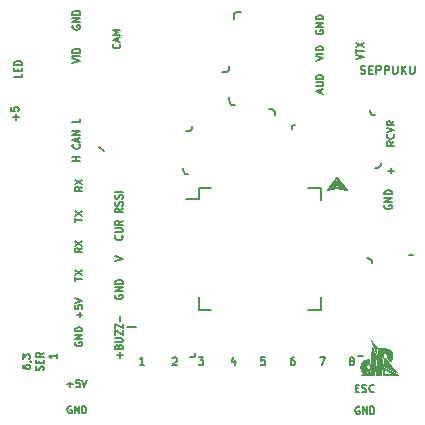
<source format=gto>
G04 #@! TF.FileFunction,Legend,Top*
%FSLAX46Y46*%
G04 Gerber Fmt 4.6, Leading zero omitted, Abs format (unit mm)*
G04 Created by KiCad (PCBNEW 4.0.4+dfsg1-stable) date Tue Jan  3 20:31:21 2017*
%MOMM*%
%LPD*%
G01*
G04 APERTURE LIST*
%ADD10C,0.100000*%
%ADD11C,0.172500*%
%ADD12C,0.150000*%
%ADD13C,0.200000*%
%ADD14C,0.010000*%
G04 APERTURE END LIST*
D10*
D11*
X67240000Y-43109286D02*
X67340000Y-43142143D01*
X67506667Y-43142143D01*
X67573334Y-43109286D01*
X67606667Y-43076429D01*
X67640000Y-43010714D01*
X67640000Y-42945000D01*
X67606667Y-42879286D01*
X67573334Y-42846429D01*
X67506667Y-42813571D01*
X67373334Y-42780714D01*
X67306667Y-42747857D01*
X67273334Y-42715000D01*
X67240000Y-42649286D01*
X67240000Y-42583571D01*
X67273334Y-42517857D01*
X67306667Y-42485000D01*
X67373334Y-42452143D01*
X67540000Y-42452143D01*
X67640000Y-42485000D01*
X67940001Y-42780714D02*
X68173334Y-42780714D01*
X68273334Y-43142143D02*
X67940001Y-43142143D01*
X67940001Y-42452143D01*
X68273334Y-42452143D01*
X68573334Y-43142143D02*
X68573334Y-42452143D01*
X68840000Y-42452143D01*
X68906667Y-42485000D01*
X68940000Y-42517857D01*
X68973334Y-42583571D01*
X68973334Y-42682143D01*
X68940000Y-42747857D01*
X68906667Y-42780714D01*
X68840000Y-42813571D01*
X68573334Y-42813571D01*
X69273334Y-43142143D02*
X69273334Y-42452143D01*
X69540000Y-42452143D01*
X69606667Y-42485000D01*
X69640000Y-42517857D01*
X69673334Y-42583571D01*
X69673334Y-42682143D01*
X69640000Y-42747857D01*
X69606667Y-42780714D01*
X69540000Y-42813571D01*
X69273334Y-42813571D01*
X69973334Y-42452143D02*
X69973334Y-43010714D01*
X70006667Y-43076429D01*
X70040000Y-43109286D01*
X70106667Y-43142143D01*
X70240000Y-43142143D01*
X70306667Y-43109286D01*
X70340000Y-43076429D01*
X70373334Y-43010714D01*
X70373334Y-42452143D01*
X70706667Y-43142143D02*
X70706667Y-42452143D01*
X71106667Y-43142143D02*
X70806667Y-42747857D01*
X71106667Y-42452143D02*
X70706667Y-42846429D01*
X71406667Y-42452143D02*
X71406667Y-43010714D01*
X71440000Y-43076429D01*
X71473333Y-43109286D01*
X71540000Y-43142143D01*
X71673333Y-43142143D01*
X71740000Y-43109286D01*
X71773333Y-43076429D01*
X71806667Y-43010714D01*
X71806667Y-42452143D01*
D12*
X53200000Y-67000000D02*
X53200000Y-66800000D01*
X53100000Y-67100000D02*
X53200000Y-67000000D01*
X68200000Y-59000000D02*
X68200000Y-59200000D01*
X68000000Y-58800000D02*
X68200000Y-59000000D01*
X67800000Y-58700000D02*
X68000000Y-58800000D01*
X56300000Y-45800000D02*
X56600000Y-45800000D01*
X56100000Y-45400000D02*
X56300000Y-45800000D01*
X56100000Y-45100000D02*
X56100000Y-45400000D01*
X68700000Y-51100000D02*
X68500000Y-51100000D01*
X69000000Y-50900000D02*
X68700000Y-51100000D01*
X68200000Y-46600000D02*
X68500000Y-46600000D01*
X68000000Y-46400000D02*
X68200000Y-46600000D01*
X68000000Y-46200000D02*
X68000000Y-46400000D01*
X56700000Y-37900000D02*
X57100000Y-37900000D01*
X56500000Y-38100000D02*
X56700000Y-37900000D01*
X56500000Y-38500000D02*
X56500000Y-38100000D01*
X56100000Y-42800000D02*
X56100000Y-42500000D01*
X55900000Y-43000000D02*
X56100000Y-42800000D01*
X55500000Y-43000000D02*
X55900000Y-43000000D01*
X45100000Y-49300000D02*
X45500000Y-49700000D01*
X53000000Y-47800000D02*
X53000000Y-47600000D01*
X52800000Y-48000000D02*
X53000000Y-47800000D01*
X52500000Y-48000000D02*
X52800000Y-48000000D01*
X52400000Y-51600000D02*
X52600000Y-51600000D01*
X52200000Y-51300000D02*
X52400000Y-51600000D01*
X52200000Y-51100000D02*
X52200000Y-51300000D01*
X59700000Y-46100000D02*
X59500000Y-46100000D01*
X60000000Y-46400000D02*
X59700000Y-46100000D01*
X60000000Y-46600000D02*
X60000000Y-46400000D01*
X61500000Y-47500000D02*
X61700000Y-47500000D01*
X61400000Y-47600000D02*
X61500000Y-47500000D01*
X61400000Y-47800000D02*
X61400000Y-47600000D01*
X69000000Y-50900000D02*
X69000000Y-50700000D01*
X71300000Y-58500000D02*
X71700000Y-58500000D01*
X67040000Y-67050000D02*
X67440000Y-67050000D01*
X52800000Y-67100000D02*
X53100000Y-67100000D01*
X47500000Y-64600000D02*
X48200000Y-64600000D01*
X69826429Y-51558571D02*
X69826429Y-51101428D01*
X70074048Y-51329999D02*
X69578810Y-51329999D01*
X38046429Y-47014286D02*
X38046429Y-46557143D01*
X38294048Y-46785714D02*
X37798810Y-46785714D01*
X37644048Y-45985715D02*
X37644048Y-46271429D01*
X37953571Y-46300000D01*
X37922619Y-46271429D01*
X37891667Y-46214286D01*
X37891667Y-46071429D01*
X37922619Y-46014286D01*
X37953571Y-45985715D01*
X38015476Y-45957143D01*
X38170238Y-45957143D01*
X38232143Y-45985715D01*
X38263095Y-46014286D01*
X38294048Y-46071429D01*
X38294048Y-46214286D01*
X38263095Y-46271429D01*
X38232143Y-46300000D01*
D13*
X65260000Y-52380000D02*
X65460000Y-52580000D01*
X64860000Y-52780000D02*
X65260000Y-52380000D01*
X65260000Y-52580000D02*
X64860000Y-52780000D01*
X65860000Y-52780000D02*
X65260000Y-52580000D01*
X65260000Y-52180000D02*
X65860000Y-52780000D01*
X64460000Y-52980000D02*
X65260000Y-52180000D01*
X65260000Y-52780000D02*
X64460000Y-52980000D01*
X66060000Y-52980000D02*
X65260000Y-52780000D01*
X65260000Y-51980000D02*
X66060000Y-52980000D01*
X64460000Y-52980000D02*
X65260000Y-51980000D01*
D12*
X42844048Y-42242857D02*
X43494048Y-42042857D01*
X42844048Y-41842857D01*
X43494048Y-41642857D02*
X42844048Y-41642857D01*
X43494048Y-41357143D02*
X42844048Y-41357143D01*
X42844048Y-41214286D01*
X42875000Y-41128571D01*
X42936905Y-41071429D01*
X42998810Y-41042857D01*
X43122619Y-41014286D01*
X43215476Y-41014286D01*
X43339286Y-41042857D01*
X43401190Y-41071429D01*
X43463095Y-41128571D01*
X43494048Y-41214286D01*
X43494048Y-41357143D01*
X42875000Y-39057142D02*
X42844048Y-39114285D01*
X42844048Y-39199999D01*
X42875000Y-39285714D01*
X42936905Y-39342856D01*
X42998810Y-39371428D01*
X43122619Y-39399999D01*
X43215476Y-39399999D01*
X43339286Y-39371428D01*
X43401190Y-39342856D01*
X43463095Y-39285714D01*
X43494048Y-39199999D01*
X43494048Y-39142856D01*
X43463095Y-39057142D01*
X43432143Y-39028571D01*
X43215476Y-39028571D01*
X43215476Y-39142856D01*
X43494048Y-38771428D02*
X42844048Y-38771428D01*
X43494048Y-38428571D01*
X42844048Y-38428571D01*
X43494048Y-38142857D02*
X42844048Y-38142857D01*
X42844048Y-38000000D01*
X42875000Y-37914285D01*
X42936905Y-37857143D01*
X42998810Y-37828571D01*
X43122619Y-37800000D01*
X43215476Y-37800000D01*
X43339286Y-37828571D01*
X43401190Y-37857143D01*
X43463095Y-37914285D01*
X43494048Y-38000000D01*
X43494048Y-38142857D01*
X63908333Y-44757142D02*
X63908333Y-44471428D01*
X64094048Y-44814285D02*
X63444048Y-44614285D01*
X64094048Y-44414285D01*
X63444048Y-44214285D02*
X63970238Y-44214285D01*
X64032143Y-44185713D01*
X64063095Y-44157142D01*
X64094048Y-44099999D01*
X64094048Y-43985713D01*
X64063095Y-43928571D01*
X64032143Y-43899999D01*
X63970238Y-43871428D01*
X63444048Y-43871428D01*
X64094048Y-43585714D02*
X63444048Y-43585714D01*
X63444048Y-43442857D01*
X63475000Y-43357142D01*
X63536905Y-43300000D01*
X63598810Y-43271428D01*
X63722619Y-43242857D01*
X63815476Y-43242857D01*
X63939286Y-43271428D01*
X64001190Y-43300000D01*
X64063095Y-43357142D01*
X64094048Y-43442857D01*
X64094048Y-43585714D01*
X63444048Y-42042857D02*
X64094048Y-41842857D01*
X63444048Y-41642857D01*
X64094048Y-41442857D02*
X63444048Y-41442857D01*
X64094048Y-41157143D02*
X63444048Y-41157143D01*
X63444048Y-41014286D01*
X63475000Y-40928571D01*
X63536905Y-40871429D01*
X63598810Y-40842857D01*
X63722619Y-40814286D01*
X63815476Y-40814286D01*
X63939286Y-40842857D01*
X64001190Y-40871429D01*
X64063095Y-40928571D01*
X64094048Y-41014286D01*
X64094048Y-41157143D01*
X63475000Y-39457142D02*
X63444048Y-39514285D01*
X63444048Y-39599999D01*
X63475000Y-39685714D01*
X63536905Y-39742856D01*
X63598810Y-39771428D01*
X63722619Y-39799999D01*
X63815476Y-39799999D01*
X63939286Y-39771428D01*
X64001190Y-39742856D01*
X64063095Y-39685714D01*
X64094048Y-39599999D01*
X64094048Y-39542856D01*
X64063095Y-39457142D01*
X64032143Y-39428571D01*
X63815476Y-39428571D01*
X63815476Y-39542856D01*
X64094048Y-39171428D02*
X63444048Y-39171428D01*
X64094048Y-38828571D01*
X63444048Y-38828571D01*
X64094048Y-38542857D02*
X63444048Y-38542857D01*
X63444048Y-38400000D01*
X63475000Y-38314285D01*
X63536905Y-38257143D01*
X63598810Y-38228571D01*
X63722619Y-38200000D01*
X63815476Y-38200000D01*
X63939286Y-38228571D01*
X64001190Y-38257143D01*
X64063095Y-38314285D01*
X64094048Y-38400000D01*
X64094048Y-38542857D01*
X38619048Y-67814286D02*
X38619048Y-67928572D01*
X38650000Y-67985715D01*
X38680952Y-68014286D01*
X38773810Y-68071429D01*
X38897619Y-68100000D01*
X39145238Y-68100000D01*
X39207143Y-68071429D01*
X39238095Y-68042857D01*
X39269048Y-67985715D01*
X39269048Y-67871429D01*
X39238095Y-67814286D01*
X39207143Y-67785715D01*
X39145238Y-67757143D01*
X38990476Y-67757143D01*
X38928571Y-67785715D01*
X38897619Y-67814286D01*
X38866667Y-67871429D01*
X38866667Y-67985715D01*
X38897619Y-68042857D01*
X38928571Y-68071429D01*
X38990476Y-68100000D01*
X39238095Y-67471428D02*
X39269048Y-67471428D01*
X39330952Y-67500000D01*
X39361905Y-67528571D01*
X38619048Y-67271429D02*
X38619048Y-66900000D01*
X38866667Y-67100000D01*
X38866667Y-67014286D01*
X38897619Y-66957143D01*
X38928571Y-66928572D01*
X38990476Y-66900000D01*
X39145238Y-66900000D01*
X39207143Y-66928572D01*
X39238095Y-66957143D01*
X39269048Y-67014286D01*
X39269048Y-67185714D01*
X39238095Y-67242857D01*
X39207143Y-67271429D01*
X40363095Y-68242857D02*
X40394048Y-68157143D01*
X40394048Y-68014286D01*
X40363095Y-67957143D01*
X40332143Y-67928572D01*
X40270238Y-67900000D01*
X40208333Y-67900000D01*
X40146429Y-67928572D01*
X40115476Y-67957143D01*
X40084524Y-68014286D01*
X40053571Y-68128572D01*
X40022619Y-68185714D01*
X39991667Y-68214286D01*
X39929762Y-68242857D01*
X39867857Y-68242857D01*
X39805952Y-68214286D01*
X39775000Y-68185714D01*
X39744048Y-68128572D01*
X39744048Y-67985714D01*
X39775000Y-67900000D01*
X40053571Y-67642857D02*
X40053571Y-67442857D01*
X40394048Y-67357143D02*
X40394048Y-67642857D01*
X39744048Y-67642857D01*
X39744048Y-67357143D01*
X40394048Y-66757143D02*
X40084524Y-66957143D01*
X40394048Y-67100000D02*
X39744048Y-67100000D01*
X39744048Y-66871428D01*
X39775000Y-66814286D01*
X39805952Y-66785714D01*
X39867857Y-66757143D01*
X39960714Y-66757143D01*
X40022619Y-66785714D01*
X40053571Y-66814286D01*
X40084524Y-66871428D01*
X40084524Y-67100000D01*
X41519048Y-66871428D02*
X41519048Y-67214285D01*
X41519048Y-67042857D02*
X40869048Y-67042857D01*
X40961905Y-67100000D01*
X41023810Y-67157142D01*
X41054762Y-67214285D01*
X43694048Y-52700000D02*
X43384524Y-52900000D01*
X43694048Y-53042857D02*
X43044048Y-53042857D01*
X43044048Y-52814285D01*
X43075000Y-52757143D01*
X43105952Y-52728571D01*
X43167857Y-52700000D01*
X43260714Y-52700000D01*
X43322619Y-52728571D01*
X43353571Y-52757143D01*
X43384524Y-52814285D01*
X43384524Y-53042857D01*
X43044048Y-52500000D02*
X43694048Y-52100000D01*
X43044048Y-52100000D02*
X43694048Y-52500000D01*
X43044048Y-55657143D02*
X43044048Y-55314286D01*
X43694048Y-55485715D02*
X43044048Y-55485715D01*
X43044048Y-55171429D02*
X43694048Y-54771429D01*
X43044048Y-54771429D02*
X43694048Y-55171429D01*
X43694048Y-57900000D02*
X43384524Y-58100000D01*
X43694048Y-58242857D02*
X43044048Y-58242857D01*
X43044048Y-58014285D01*
X43075000Y-57957143D01*
X43105952Y-57928571D01*
X43167857Y-57900000D01*
X43260714Y-57900000D01*
X43322619Y-57928571D01*
X43353571Y-57957143D01*
X43384524Y-58014285D01*
X43384524Y-58242857D01*
X43044048Y-57700000D02*
X43694048Y-57300000D01*
X43044048Y-57300000D02*
X43694048Y-57700000D01*
X43044048Y-60657143D02*
X43044048Y-60314286D01*
X43694048Y-60485715D02*
X43044048Y-60485715D01*
X43044048Y-60171429D02*
X43694048Y-59771429D01*
X43044048Y-59771429D02*
X43694048Y-60171429D01*
X43446429Y-63771429D02*
X43446429Y-63314286D01*
X43694048Y-63542857D02*
X43198810Y-63542857D01*
X43044048Y-62742858D02*
X43044048Y-63028572D01*
X43353571Y-63057143D01*
X43322619Y-63028572D01*
X43291667Y-62971429D01*
X43291667Y-62828572D01*
X43322619Y-62771429D01*
X43353571Y-62742858D01*
X43415476Y-62714286D01*
X43570238Y-62714286D01*
X43632143Y-62742858D01*
X43663095Y-62771429D01*
X43694048Y-62828572D01*
X43694048Y-62971429D01*
X43663095Y-63028572D01*
X43632143Y-63057143D01*
X43044048Y-62542857D02*
X43694048Y-62342857D01*
X43044048Y-62142857D01*
X43075000Y-65857142D02*
X43044048Y-65914285D01*
X43044048Y-65999999D01*
X43075000Y-66085714D01*
X43136905Y-66142856D01*
X43198810Y-66171428D01*
X43322619Y-66199999D01*
X43415476Y-66199999D01*
X43539286Y-66171428D01*
X43601190Y-66142856D01*
X43663095Y-66085714D01*
X43694048Y-65999999D01*
X43694048Y-65942856D01*
X43663095Y-65857142D01*
X43632143Y-65828571D01*
X43415476Y-65828571D01*
X43415476Y-65942856D01*
X43694048Y-65571428D02*
X43044048Y-65571428D01*
X43694048Y-65228571D01*
X43044048Y-65228571D01*
X43694048Y-64942857D02*
X43044048Y-64942857D01*
X43044048Y-64800000D01*
X43075000Y-64714285D01*
X43136905Y-64657143D01*
X43198810Y-64628571D01*
X43322619Y-64600000D01*
X43415476Y-64600000D01*
X43539286Y-64628571D01*
X43601190Y-64657143D01*
X43663095Y-64714285D01*
X43694048Y-64800000D01*
X43694048Y-64942857D01*
X70094048Y-48871429D02*
X69784524Y-49071429D01*
X70094048Y-49214286D02*
X69444048Y-49214286D01*
X69444048Y-48985714D01*
X69475000Y-48928572D01*
X69505952Y-48900000D01*
X69567857Y-48871429D01*
X69660714Y-48871429D01*
X69722619Y-48900000D01*
X69753571Y-48928572D01*
X69784524Y-48985714D01*
X69784524Y-49214286D01*
X70032143Y-48271429D02*
X70063095Y-48300000D01*
X70094048Y-48385714D01*
X70094048Y-48442857D01*
X70063095Y-48528572D01*
X70001190Y-48585714D01*
X69939286Y-48614286D01*
X69815476Y-48642857D01*
X69722619Y-48642857D01*
X69598810Y-48614286D01*
X69536905Y-48585714D01*
X69475000Y-48528572D01*
X69444048Y-48442857D01*
X69444048Y-48385714D01*
X69475000Y-48300000D01*
X69505952Y-48271429D01*
X69444048Y-48100000D02*
X70094048Y-47900000D01*
X69444048Y-47700000D01*
X70094048Y-47157143D02*
X69784524Y-47357143D01*
X70094048Y-47500000D02*
X69444048Y-47500000D01*
X69444048Y-47271428D01*
X69475000Y-47214286D01*
X69505952Y-47185714D01*
X69567857Y-47157143D01*
X69660714Y-47157143D01*
X69722619Y-47185714D01*
X69753571Y-47214286D01*
X69784524Y-47271428D01*
X69784524Y-47500000D01*
X69275000Y-54257142D02*
X69244048Y-54314285D01*
X69244048Y-54399999D01*
X69275000Y-54485714D01*
X69336905Y-54542856D01*
X69398810Y-54571428D01*
X69522619Y-54599999D01*
X69615476Y-54599999D01*
X69739286Y-54571428D01*
X69801190Y-54542856D01*
X69863095Y-54485714D01*
X69894048Y-54399999D01*
X69894048Y-54342856D01*
X69863095Y-54257142D01*
X69832143Y-54228571D01*
X69615476Y-54228571D01*
X69615476Y-54342856D01*
X69894048Y-53971428D02*
X69244048Y-53971428D01*
X69894048Y-53628571D01*
X69244048Y-53628571D01*
X69894048Y-53342857D02*
X69244048Y-53342857D01*
X69244048Y-53200000D01*
X69275000Y-53114285D01*
X69336905Y-53057143D01*
X69398810Y-53028571D01*
X69522619Y-53000000D01*
X69615476Y-53000000D01*
X69739286Y-53028571D01*
X69801190Y-53057143D01*
X69863095Y-53114285D01*
X69894048Y-53200000D01*
X69894048Y-53342857D01*
X66844048Y-41914286D02*
X67494048Y-41714286D01*
X66844048Y-41514286D01*
X66844048Y-41400000D02*
X66844048Y-41057143D01*
X67494048Y-41228572D02*
X66844048Y-41228572D01*
X66844048Y-40914286D02*
X67494048Y-40514286D01*
X66844048Y-40514286D02*
X67494048Y-40914286D01*
X46832143Y-40614286D02*
X46863095Y-40642857D01*
X46894048Y-40728571D01*
X46894048Y-40785714D01*
X46863095Y-40871429D01*
X46801190Y-40928571D01*
X46739286Y-40957143D01*
X46615476Y-40985714D01*
X46522619Y-40985714D01*
X46398810Y-40957143D01*
X46336905Y-40928571D01*
X46275000Y-40871429D01*
X46244048Y-40785714D01*
X46244048Y-40728571D01*
X46275000Y-40642857D01*
X46305952Y-40614286D01*
X46708333Y-40385714D02*
X46708333Y-40100000D01*
X46894048Y-40442857D02*
X46244048Y-40242857D01*
X46894048Y-40042857D01*
X46894048Y-39842857D02*
X46244048Y-39842857D01*
X46708333Y-39642857D01*
X46244048Y-39442857D01*
X46894048Y-39442857D01*
X38544048Y-43135714D02*
X38544048Y-43421428D01*
X37894048Y-43421428D01*
X38203571Y-42935714D02*
X38203571Y-42735714D01*
X38544048Y-42650000D02*
X38544048Y-42935714D01*
X37894048Y-42935714D01*
X37894048Y-42650000D01*
X38544048Y-42392857D02*
X37894048Y-42392857D01*
X37894048Y-42250000D01*
X37925000Y-42164285D01*
X37986905Y-42107143D01*
X38048810Y-42078571D01*
X38172619Y-42050000D01*
X38265476Y-42050000D01*
X38389286Y-42078571D01*
X38451190Y-42107143D01*
X38513095Y-42164285D01*
X38544048Y-42250000D01*
X38544048Y-42392857D01*
X43494048Y-50542857D02*
X42844048Y-50542857D01*
X43153571Y-50542857D02*
X43153571Y-50200000D01*
X43494048Y-50200000D02*
X42844048Y-50200000D01*
X43432143Y-49114286D02*
X43463095Y-49142857D01*
X43494048Y-49228571D01*
X43494048Y-49285714D01*
X43463095Y-49371429D01*
X43401190Y-49428571D01*
X43339286Y-49457143D01*
X43215476Y-49485714D01*
X43122619Y-49485714D01*
X42998810Y-49457143D01*
X42936905Y-49428571D01*
X42875000Y-49371429D01*
X42844048Y-49285714D01*
X42844048Y-49228571D01*
X42875000Y-49142857D01*
X42905952Y-49114286D01*
X43308333Y-48885714D02*
X43308333Y-48600000D01*
X43494048Y-48942857D02*
X42844048Y-48742857D01*
X43494048Y-48542857D01*
X43494048Y-48342857D02*
X42844048Y-48342857D01*
X43494048Y-48000000D01*
X42844048Y-48000000D01*
X43494048Y-46971429D02*
X43494048Y-47257143D01*
X42844048Y-47257143D01*
X47094048Y-54528572D02*
X46784524Y-54728572D01*
X47094048Y-54871429D02*
X46444048Y-54871429D01*
X46444048Y-54642857D01*
X46475000Y-54585715D01*
X46505952Y-54557143D01*
X46567857Y-54528572D01*
X46660714Y-54528572D01*
X46722619Y-54557143D01*
X46753571Y-54585715D01*
X46784524Y-54642857D01*
X46784524Y-54871429D01*
X47063095Y-54300000D02*
X47094048Y-54214286D01*
X47094048Y-54071429D01*
X47063095Y-54014286D01*
X47032143Y-53985715D01*
X46970238Y-53957143D01*
X46908333Y-53957143D01*
X46846429Y-53985715D01*
X46815476Y-54014286D01*
X46784524Y-54071429D01*
X46753571Y-54185715D01*
X46722619Y-54242857D01*
X46691667Y-54271429D01*
X46629762Y-54300000D01*
X46567857Y-54300000D01*
X46505952Y-54271429D01*
X46475000Y-54242857D01*
X46444048Y-54185715D01*
X46444048Y-54042857D01*
X46475000Y-53957143D01*
X47063095Y-53728571D02*
X47094048Y-53642857D01*
X47094048Y-53500000D01*
X47063095Y-53442857D01*
X47032143Y-53414286D01*
X46970238Y-53385714D01*
X46908333Y-53385714D01*
X46846429Y-53414286D01*
X46815476Y-53442857D01*
X46784524Y-53500000D01*
X46753571Y-53614286D01*
X46722619Y-53671428D01*
X46691667Y-53700000D01*
X46629762Y-53728571D01*
X46567857Y-53728571D01*
X46505952Y-53700000D01*
X46475000Y-53671428D01*
X46444048Y-53614286D01*
X46444048Y-53471428D01*
X46475000Y-53385714D01*
X47094048Y-53128571D02*
X46444048Y-53128571D01*
X47032143Y-56828571D02*
X47063095Y-56857142D01*
X47094048Y-56942856D01*
X47094048Y-56999999D01*
X47063095Y-57085714D01*
X47001190Y-57142856D01*
X46939286Y-57171428D01*
X46815476Y-57199999D01*
X46722619Y-57199999D01*
X46598810Y-57171428D01*
X46536905Y-57142856D01*
X46475000Y-57085714D01*
X46444048Y-56999999D01*
X46444048Y-56942856D01*
X46475000Y-56857142D01*
X46505952Y-56828571D01*
X46444048Y-56571428D02*
X46970238Y-56571428D01*
X47032143Y-56542856D01*
X47063095Y-56514285D01*
X47094048Y-56457142D01*
X47094048Y-56342856D01*
X47063095Y-56285714D01*
X47032143Y-56257142D01*
X46970238Y-56228571D01*
X46444048Y-56228571D01*
X47094048Y-55600000D02*
X46784524Y-55800000D01*
X47094048Y-55942857D02*
X46444048Y-55942857D01*
X46444048Y-55714285D01*
X46475000Y-55657143D01*
X46505952Y-55628571D01*
X46567857Y-55600000D01*
X46660714Y-55600000D01*
X46722619Y-55628571D01*
X46753571Y-55657143D01*
X46784524Y-55714285D01*
X46784524Y-55942857D01*
X46475000Y-61857142D02*
X46444048Y-61914285D01*
X46444048Y-61999999D01*
X46475000Y-62085714D01*
X46536905Y-62142856D01*
X46598810Y-62171428D01*
X46722619Y-62199999D01*
X46815476Y-62199999D01*
X46939286Y-62171428D01*
X47001190Y-62142856D01*
X47063095Y-62085714D01*
X47094048Y-61999999D01*
X47094048Y-61942856D01*
X47063095Y-61857142D01*
X47032143Y-61828571D01*
X46815476Y-61828571D01*
X46815476Y-61942856D01*
X47094048Y-61571428D02*
X46444048Y-61571428D01*
X47094048Y-61228571D01*
X46444048Y-61228571D01*
X47094048Y-60942857D02*
X46444048Y-60942857D01*
X46444048Y-60800000D01*
X46475000Y-60714285D01*
X46536905Y-60657143D01*
X46598810Y-60628571D01*
X46722619Y-60600000D01*
X46815476Y-60600000D01*
X46939286Y-60628571D01*
X47001190Y-60657143D01*
X47063095Y-60714285D01*
X47094048Y-60800000D01*
X47094048Y-60942857D01*
X46444048Y-59000000D02*
X47094048Y-58800000D01*
X46444048Y-58600000D01*
X46846429Y-67185714D02*
X46846429Y-66728571D01*
X47094048Y-66957142D02*
X46598810Y-66957142D01*
X46753571Y-66242857D02*
X46784524Y-66157143D01*
X46815476Y-66128571D01*
X46877381Y-66100000D01*
X46970238Y-66100000D01*
X47032143Y-66128571D01*
X47063095Y-66157143D01*
X47094048Y-66214285D01*
X47094048Y-66442857D01*
X46444048Y-66442857D01*
X46444048Y-66242857D01*
X46475000Y-66185714D01*
X46505952Y-66157143D01*
X46567857Y-66128571D01*
X46629762Y-66128571D01*
X46691667Y-66157143D01*
X46722619Y-66185714D01*
X46753571Y-66242857D01*
X46753571Y-66442857D01*
X46444048Y-65842857D02*
X46970238Y-65842857D01*
X47032143Y-65814285D01*
X47063095Y-65785714D01*
X47094048Y-65728571D01*
X47094048Y-65614285D01*
X47063095Y-65557143D01*
X47032143Y-65528571D01*
X46970238Y-65500000D01*
X46444048Y-65500000D01*
X46444048Y-65271429D02*
X46444048Y-64871429D01*
X47094048Y-65271429D01*
X47094048Y-64871429D01*
X46444048Y-64700000D02*
X46444048Y-64300000D01*
X47094048Y-64700000D01*
X47094048Y-64300000D01*
X46846429Y-64071428D02*
X46846429Y-63614285D01*
X42418571Y-69446429D02*
X42875714Y-69446429D01*
X42647143Y-69694048D02*
X42647143Y-69198810D01*
X43447142Y-69044048D02*
X43161428Y-69044048D01*
X43132857Y-69353571D01*
X43161428Y-69322619D01*
X43218571Y-69291667D01*
X43361428Y-69291667D01*
X43418571Y-69322619D01*
X43447142Y-69353571D01*
X43475714Y-69415476D01*
X43475714Y-69570238D01*
X43447142Y-69632143D01*
X43418571Y-69663095D01*
X43361428Y-69694048D01*
X43218571Y-69694048D01*
X43161428Y-69663095D01*
X43132857Y-69632143D01*
X43647143Y-69044048D02*
X43847143Y-69694048D01*
X44047143Y-69044048D01*
X42742858Y-71275000D02*
X42685715Y-71244048D01*
X42600001Y-71244048D01*
X42514286Y-71275000D01*
X42457144Y-71336905D01*
X42428572Y-71398810D01*
X42400001Y-71522619D01*
X42400001Y-71615476D01*
X42428572Y-71739286D01*
X42457144Y-71801190D01*
X42514286Y-71863095D01*
X42600001Y-71894048D01*
X42657144Y-71894048D01*
X42742858Y-71863095D01*
X42771429Y-71832143D01*
X42771429Y-71615476D01*
X42657144Y-71615476D01*
X43028572Y-71894048D02*
X43028572Y-71244048D01*
X43371429Y-71894048D01*
X43371429Y-71244048D01*
X43657143Y-71894048D02*
X43657143Y-71244048D01*
X43800000Y-71244048D01*
X43885715Y-71275000D01*
X43942857Y-71336905D01*
X43971429Y-71398810D01*
X44000000Y-71522619D01*
X44000000Y-71615476D01*
X43971429Y-71739286D01*
X43942857Y-71801190D01*
X43885715Y-71863095D01*
X43800000Y-71894048D01*
X43657143Y-71894048D01*
X66438095Y-67422619D02*
X66376190Y-67391667D01*
X66345238Y-67360714D01*
X66314286Y-67298810D01*
X66314286Y-67267857D01*
X66345238Y-67205952D01*
X66376190Y-67175000D01*
X66438095Y-67144048D01*
X66561905Y-67144048D01*
X66623809Y-67175000D01*
X66654762Y-67205952D01*
X66685714Y-67267857D01*
X66685714Y-67298810D01*
X66654762Y-67360714D01*
X66623809Y-67391667D01*
X66561905Y-67422619D01*
X66438095Y-67422619D01*
X66376190Y-67453571D01*
X66345238Y-67484524D01*
X66314286Y-67546429D01*
X66314286Y-67670238D01*
X66345238Y-67732143D01*
X66376190Y-67763095D01*
X66438095Y-67794048D01*
X66561905Y-67794048D01*
X66623809Y-67763095D01*
X66654762Y-67732143D01*
X66685714Y-67670238D01*
X66685714Y-67546429D01*
X66654762Y-67484524D01*
X66623809Y-67453571D01*
X66561905Y-67422619D01*
X63783333Y-67144048D02*
X64216666Y-67144048D01*
X63938095Y-67794048D01*
X61623809Y-67144048D02*
X61500000Y-67144048D01*
X61438095Y-67175000D01*
X61407143Y-67205952D01*
X61345238Y-67298810D01*
X61314286Y-67422619D01*
X61314286Y-67670238D01*
X61345238Y-67732143D01*
X61376190Y-67763095D01*
X61438095Y-67794048D01*
X61561905Y-67794048D01*
X61623809Y-67763095D01*
X61654762Y-67732143D01*
X61685714Y-67670238D01*
X61685714Y-67515476D01*
X61654762Y-67453571D01*
X61623809Y-67422619D01*
X61561905Y-67391667D01*
X61438095Y-67391667D01*
X61376190Y-67422619D01*
X61345238Y-67453571D01*
X61314286Y-67515476D01*
X59154762Y-67144048D02*
X58845238Y-67144048D01*
X58814286Y-67453571D01*
X58845238Y-67422619D01*
X58907143Y-67391667D01*
X59061905Y-67391667D01*
X59123809Y-67422619D01*
X59154762Y-67453571D01*
X59185714Y-67515476D01*
X59185714Y-67670238D01*
X59154762Y-67732143D01*
X59123809Y-67763095D01*
X59061905Y-67794048D01*
X58907143Y-67794048D01*
X58845238Y-67763095D01*
X58814286Y-67732143D01*
X56623809Y-67360714D02*
X56623809Y-67794048D01*
X56469047Y-67113095D02*
X56314286Y-67577381D01*
X56716666Y-67577381D01*
X53533333Y-67144048D02*
X53935714Y-67144048D01*
X53719047Y-67391667D01*
X53811905Y-67391667D01*
X53873809Y-67422619D01*
X53904762Y-67453571D01*
X53935714Y-67515476D01*
X53935714Y-67670238D01*
X53904762Y-67732143D01*
X53873809Y-67763095D01*
X53811905Y-67794048D01*
X53626190Y-67794048D01*
X53564286Y-67763095D01*
X53533333Y-67732143D01*
X51314286Y-67205952D02*
X51345238Y-67175000D01*
X51407143Y-67144048D01*
X51561905Y-67144048D01*
X51623809Y-67175000D01*
X51654762Y-67205952D01*
X51685714Y-67267857D01*
X51685714Y-67329762D01*
X51654762Y-67422619D01*
X51283333Y-67794048D01*
X51685714Y-67794048D01*
X48935714Y-67794048D02*
X48564286Y-67794048D01*
X48750000Y-67794048D02*
X48750000Y-67144048D01*
X48688095Y-67236905D01*
X48626190Y-67298810D01*
X48564286Y-67329762D01*
X66810191Y-69763571D02*
X67026858Y-69763571D01*
X67119715Y-70104048D02*
X66810191Y-70104048D01*
X66810191Y-69454048D01*
X67119715Y-69454048D01*
X67367334Y-70073095D02*
X67460191Y-70104048D01*
X67614953Y-70104048D01*
X67676857Y-70073095D01*
X67707810Y-70042143D01*
X67738762Y-69980238D01*
X67738762Y-69918333D01*
X67707810Y-69856429D01*
X67676857Y-69825476D01*
X67614953Y-69794524D01*
X67491143Y-69763571D01*
X67429238Y-69732619D01*
X67398286Y-69701667D01*
X67367334Y-69639762D01*
X67367334Y-69577857D01*
X67398286Y-69515952D01*
X67429238Y-69485000D01*
X67491143Y-69454048D01*
X67645905Y-69454048D01*
X67738762Y-69485000D01*
X68388762Y-70042143D02*
X68357810Y-70073095D01*
X68264953Y-70104048D01*
X68203048Y-70104048D01*
X68110191Y-70073095D01*
X68048286Y-70011190D01*
X68017334Y-69949286D01*
X67986382Y-69825476D01*
X67986382Y-69732619D01*
X68017334Y-69608810D01*
X68048286Y-69546905D01*
X68110191Y-69485000D01*
X68203048Y-69454048D01*
X68264953Y-69454048D01*
X68357810Y-69485000D01*
X68388762Y-69515952D01*
X67142858Y-71325000D02*
X67085715Y-71294048D01*
X67000001Y-71294048D01*
X66914286Y-71325000D01*
X66857144Y-71386905D01*
X66828572Y-71448810D01*
X66800001Y-71572619D01*
X66800001Y-71665476D01*
X66828572Y-71789286D01*
X66857144Y-71851190D01*
X66914286Y-71913095D01*
X67000001Y-71944048D01*
X67057144Y-71944048D01*
X67142858Y-71913095D01*
X67171429Y-71882143D01*
X67171429Y-71665476D01*
X67057144Y-71665476D01*
X67428572Y-71944048D02*
X67428572Y-71294048D01*
X67771429Y-71944048D01*
X67771429Y-71294048D01*
X68057143Y-71944048D02*
X68057143Y-71294048D01*
X68200000Y-71294048D01*
X68285715Y-71325000D01*
X68342857Y-71386905D01*
X68371429Y-71448810D01*
X68400000Y-71572619D01*
X68400000Y-71665476D01*
X68371429Y-71789286D01*
X68342857Y-71851190D01*
X68285715Y-71913095D01*
X68200000Y-71944048D01*
X68057143Y-71944048D01*
X53525000Y-52775100D02*
X53525000Y-53775100D01*
X63875000Y-52775100D02*
X63875000Y-53850100D01*
X63875000Y-63125100D02*
X63875000Y-62050100D01*
X53525000Y-63125100D02*
X53525000Y-62050100D01*
X53525000Y-52775100D02*
X54600000Y-52775100D01*
X53525000Y-63125100D02*
X54600000Y-63125100D01*
X63875000Y-63125100D02*
X62800000Y-63125100D01*
X63875000Y-52775100D02*
X62800000Y-52775100D01*
X53525000Y-53775100D02*
X52500000Y-53775100D01*
D14*
G36*
X69155362Y-68003927D02*
X69162562Y-68007406D01*
X69174198Y-68013113D01*
X69190019Y-68020921D01*
X69209775Y-68030705D01*
X69233216Y-68042341D01*
X69260092Y-68055704D01*
X69290154Y-68070667D01*
X69323151Y-68087106D01*
X69358833Y-68104897D01*
X69396950Y-68123913D01*
X69437253Y-68144030D01*
X69479491Y-68165122D01*
X69523415Y-68187065D01*
X69568774Y-68209733D01*
X69615318Y-68233001D01*
X69662799Y-68256745D01*
X69710964Y-68280838D01*
X69759566Y-68305156D01*
X69808352Y-68329574D01*
X69857075Y-68353967D01*
X69905483Y-68378209D01*
X69953327Y-68402176D01*
X70000357Y-68425741D01*
X70046323Y-68448781D01*
X70090974Y-68471170D01*
X70134061Y-68492783D01*
X70175335Y-68513495D01*
X70214544Y-68533180D01*
X70251439Y-68551714D01*
X70285770Y-68568971D01*
X70317287Y-68584827D01*
X70345740Y-68599156D01*
X70370880Y-68611833D01*
X70392455Y-68622733D01*
X70410217Y-68631730D01*
X70423914Y-68638701D01*
X70433298Y-68643519D01*
X70438119Y-68646060D01*
X70438739Y-68646437D01*
X70436072Y-68646680D01*
X70428441Y-68646877D01*
X70416407Y-68647025D01*
X70400527Y-68647121D01*
X70381361Y-68647164D01*
X70359468Y-68647149D01*
X70335406Y-68647076D01*
X70317951Y-68646990D01*
X70302790Y-68646917D01*
X70282451Y-68646839D01*
X70257278Y-68646756D01*
X70227617Y-68646669D01*
X70193810Y-68646580D01*
X70156202Y-68646488D01*
X70115138Y-68646395D01*
X70070961Y-68646301D01*
X70024016Y-68646206D01*
X69974647Y-68646113D01*
X69923198Y-68646020D01*
X69870013Y-68645930D01*
X69815436Y-68645842D01*
X69759812Y-68645758D01*
X69703485Y-68645678D01*
X69646924Y-68645603D01*
X69096684Y-68644899D01*
X69098370Y-68629031D01*
X69098827Y-68624189D01*
X69099718Y-68614219D01*
X69101010Y-68599497D01*
X69102673Y-68580397D01*
X69104672Y-68557293D01*
X69104858Y-68555135D01*
X69175513Y-68555135D01*
X69175557Y-68555912D01*
X69178344Y-68556042D01*
X69186280Y-68556221D01*
X69198991Y-68556445D01*
X69216106Y-68556707D01*
X69237252Y-68557004D01*
X69262055Y-68557331D01*
X69290143Y-68557683D01*
X69321143Y-68558054D01*
X69354682Y-68558441D01*
X69390387Y-68558838D01*
X69427887Y-68559241D01*
X69449235Y-68559464D01*
X69499750Y-68559985D01*
X69545412Y-68560452D01*
X69586888Y-68560871D01*
X69624847Y-68561248D01*
X69659957Y-68561589D01*
X69692886Y-68561899D01*
X69724302Y-68562185D01*
X69754873Y-68562453D01*
X69785267Y-68562708D01*
X69816153Y-68562956D01*
X69848198Y-68563203D01*
X69882071Y-68563455D01*
X69918439Y-68563718D01*
X69957971Y-68563998D01*
X69986647Y-68564199D01*
X70008702Y-68564293D01*
X70028892Y-68564266D01*
X70046581Y-68564128D01*
X70061134Y-68563887D01*
X70071914Y-68563553D01*
X70078286Y-68563138D01*
X70079790Y-68562777D01*
X70077365Y-68561274D01*
X70070303Y-68557465D01*
X70058909Y-68551503D01*
X70043486Y-68543541D01*
X70024340Y-68533730D01*
X70001773Y-68522224D01*
X69976091Y-68509174D01*
X69947597Y-68494734D01*
X69916596Y-68479055D01*
X69883392Y-68462291D01*
X69848289Y-68444593D01*
X69811591Y-68426114D01*
X69773603Y-68407006D01*
X69734629Y-68387423D01*
X69694972Y-68367516D01*
X69654938Y-68347438D01*
X69614830Y-68327342D01*
X69574953Y-68307379D01*
X69535611Y-68287703D01*
X69497108Y-68268465D01*
X69459748Y-68249819D01*
X69423835Y-68231917D01*
X69389674Y-68214911D01*
X69357569Y-68198953D01*
X69327825Y-68184197D01*
X69300744Y-68170794D01*
X69276632Y-68158897D01*
X69255793Y-68148659D01*
X69238530Y-68140232D01*
X69225149Y-68133769D01*
X69215953Y-68129421D01*
X69211247Y-68127342D01*
X69210676Y-68127186D01*
X69210226Y-68130092D01*
X69209389Y-68137988D01*
X69208205Y-68150361D01*
X69206717Y-68166700D01*
X69204967Y-68186492D01*
X69202997Y-68209226D01*
X69200848Y-68234390D01*
X69198563Y-68261472D01*
X69196183Y-68289959D01*
X69193750Y-68319341D01*
X69191307Y-68349104D01*
X69188895Y-68378738D01*
X69186557Y-68407730D01*
X69184333Y-68435568D01*
X69182266Y-68461741D01*
X69180399Y-68485737D01*
X69178772Y-68507043D01*
X69177428Y-68525148D01*
X69176409Y-68539539D01*
X69175757Y-68549706D01*
X69175513Y-68555135D01*
X69104858Y-68555135D01*
X69106977Y-68530561D01*
X69109555Y-68500575D01*
X69112373Y-68467709D01*
X69115400Y-68432340D01*
X69118603Y-68394840D01*
X69121950Y-68355585D01*
X69125408Y-68314949D01*
X69125959Y-68308473D01*
X69129407Y-68268005D01*
X69132738Y-68229094D01*
X69135921Y-68192092D01*
X69138925Y-68157350D01*
X69141720Y-68125220D01*
X69144273Y-68096053D01*
X69146555Y-68070201D01*
X69148534Y-68048016D01*
X69150179Y-68029848D01*
X69151460Y-68016049D01*
X69152345Y-68006971D01*
X69152805Y-68002965D01*
X69152846Y-68002799D01*
X69155362Y-68003927D01*
X69155362Y-68003927D01*
G37*
X69155362Y-68003927D02*
X69162562Y-68007406D01*
X69174198Y-68013113D01*
X69190019Y-68020921D01*
X69209775Y-68030705D01*
X69233216Y-68042341D01*
X69260092Y-68055704D01*
X69290154Y-68070667D01*
X69323151Y-68087106D01*
X69358833Y-68104897D01*
X69396950Y-68123913D01*
X69437253Y-68144030D01*
X69479491Y-68165122D01*
X69523415Y-68187065D01*
X69568774Y-68209733D01*
X69615318Y-68233001D01*
X69662799Y-68256745D01*
X69710964Y-68280838D01*
X69759566Y-68305156D01*
X69808352Y-68329574D01*
X69857075Y-68353967D01*
X69905483Y-68378209D01*
X69953327Y-68402176D01*
X70000357Y-68425741D01*
X70046323Y-68448781D01*
X70090974Y-68471170D01*
X70134061Y-68492783D01*
X70175335Y-68513495D01*
X70214544Y-68533180D01*
X70251439Y-68551714D01*
X70285770Y-68568971D01*
X70317287Y-68584827D01*
X70345740Y-68599156D01*
X70370880Y-68611833D01*
X70392455Y-68622733D01*
X70410217Y-68631730D01*
X70423914Y-68638701D01*
X70433298Y-68643519D01*
X70438119Y-68646060D01*
X70438739Y-68646437D01*
X70436072Y-68646680D01*
X70428441Y-68646877D01*
X70416407Y-68647025D01*
X70400527Y-68647121D01*
X70381361Y-68647164D01*
X70359468Y-68647149D01*
X70335406Y-68647076D01*
X70317951Y-68646990D01*
X70302790Y-68646917D01*
X70282451Y-68646839D01*
X70257278Y-68646756D01*
X70227617Y-68646669D01*
X70193810Y-68646580D01*
X70156202Y-68646488D01*
X70115138Y-68646395D01*
X70070961Y-68646301D01*
X70024016Y-68646206D01*
X69974647Y-68646113D01*
X69923198Y-68646020D01*
X69870013Y-68645930D01*
X69815436Y-68645842D01*
X69759812Y-68645758D01*
X69703485Y-68645678D01*
X69646924Y-68645603D01*
X69096684Y-68644899D01*
X69098370Y-68629031D01*
X69098827Y-68624189D01*
X69099718Y-68614219D01*
X69101010Y-68599497D01*
X69102673Y-68580397D01*
X69104672Y-68557293D01*
X69104858Y-68555135D01*
X69175513Y-68555135D01*
X69175557Y-68555912D01*
X69178344Y-68556042D01*
X69186280Y-68556221D01*
X69198991Y-68556445D01*
X69216106Y-68556707D01*
X69237252Y-68557004D01*
X69262055Y-68557331D01*
X69290143Y-68557683D01*
X69321143Y-68558054D01*
X69354682Y-68558441D01*
X69390387Y-68558838D01*
X69427887Y-68559241D01*
X69449235Y-68559464D01*
X69499750Y-68559985D01*
X69545412Y-68560452D01*
X69586888Y-68560871D01*
X69624847Y-68561248D01*
X69659957Y-68561589D01*
X69692886Y-68561899D01*
X69724302Y-68562185D01*
X69754873Y-68562453D01*
X69785267Y-68562708D01*
X69816153Y-68562956D01*
X69848198Y-68563203D01*
X69882071Y-68563455D01*
X69918439Y-68563718D01*
X69957971Y-68563998D01*
X69986647Y-68564199D01*
X70008702Y-68564293D01*
X70028892Y-68564266D01*
X70046581Y-68564128D01*
X70061134Y-68563887D01*
X70071914Y-68563553D01*
X70078286Y-68563138D01*
X70079790Y-68562777D01*
X70077365Y-68561274D01*
X70070303Y-68557465D01*
X70058909Y-68551503D01*
X70043486Y-68543541D01*
X70024340Y-68533730D01*
X70001773Y-68522224D01*
X69976091Y-68509174D01*
X69947597Y-68494734D01*
X69916596Y-68479055D01*
X69883392Y-68462291D01*
X69848289Y-68444593D01*
X69811591Y-68426114D01*
X69773603Y-68407006D01*
X69734629Y-68387423D01*
X69694972Y-68367516D01*
X69654938Y-68347438D01*
X69614830Y-68327342D01*
X69574953Y-68307379D01*
X69535611Y-68287703D01*
X69497108Y-68268465D01*
X69459748Y-68249819D01*
X69423835Y-68231917D01*
X69389674Y-68214911D01*
X69357569Y-68198953D01*
X69327825Y-68184197D01*
X69300744Y-68170794D01*
X69276632Y-68158897D01*
X69255793Y-68148659D01*
X69238530Y-68140232D01*
X69225149Y-68133769D01*
X69215953Y-68129421D01*
X69211247Y-68127342D01*
X69210676Y-68127186D01*
X69210226Y-68130092D01*
X69209389Y-68137988D01*
X69208205Y-68150361D01*
X69206717Y-68166700D01*
X69204967Y-68186492D01*
X69202997Y-68209226D01*
X69200848Y-68234390D01*
X69198563Y-68261472D01*
X69196183Y-68289959D01*
X69193750Y-68319341D01*
X69191307Y-68349104D01*
X69188895Y-68378738D01*
X69186557Y-68407730D01*
X69184333Y-68435568D01*
X69182266Y-68461741D01*
X69180399Y-68485737D01*
X69178772Y-68507043D01*
X69177428Y-68525148D01*
X69176409Y-68539539D01*
X69175757Y-68549706D01*
X69175513Y-68555135D01*
X69104858Y-68555135D01*
X69106977Y-68530561D01*
X69109555Y-68500575D01*
X69112373Y-68467709D01*
X69115400Y-68432340D01*
X69118603Y-68394840D01*
X69121950Y-68355585D01*
X69125408Y-68314949D01*
X69125959Y-68308473D01*
X69129407Y-68268005D01*
X69132738Y-68229094D01*
X69135921Y-68192092D01*
X69138925Y-68157350D01*
X69141720Y-68125220D01*
X69144273Y-68096053D01*
X69146555Y-68070201D01*
X69148534Y-68048016D01*
X69150179Y-68029848D01*
X69151460Y-68016049D01*
X69152345Y-68006971D01*
X69152805Y-68002965D01*
X69152846Y-68002799D01*
X69155362Y-68003927D01*
G36*
X68422319Y-68245703D02*
X68421748Y-68253508D01*
X68420779Y-68265934D01*
X68419449Y-68282539D01*
X68417794Y-68302884D01*
X68415849Y-68326527D01*
X68413651Y-68353028D01*
X68411236Y-68381945D01*
X68408640Y-68412839D01*
X68406638Y-68436540D01*
X68403912Y-68468837D01*
X68401327Y-68499655D01*
X68398921Y-68528533D01*
X68396730Y-68555006D01*
X68394794Y-68578614D01*
X68393150Y-68598892D01*
X68391836Y-68615378D01*
X68390889Y-68627609D01*
X68390347Y-68635123D01*
X68390229Y-68637320D01*
X68390174Y-68644913D01*
X67815223Y-68644695D01*
X67759343Y-68644668D01*
X67704969Y-68644630D01*
X67652357Y-68644583D01*
X67601760Y-68644527D01*
X67553434Y-68644462D01*
X67507632Y-68644389D01*
X67464609Y-68644308D01*
X67424621Y-68644221D01*
X67387920Y-68644128D01*
X67354762Y-68644029D01*
X67325402Y-68643926D01*
X67300093Y-68643819D01*
X67279091Y-68643708D01*
X67262649Y-68643594D01*
X67251022Y-68643478D01*
X67244465Y-68643360D01*
X67243033Y-68643268D01*
X67246048Y-68642200D01*
X67253984Y-68639465D01*
X67266557Y-68635159D01*
X67283481Y-68629377D01*
X67304474Y-68622218D01*
X67329249Y-68613777D01*
X67357524Y-68604151D01*
X67389013Y-68593437D01*
X67423432Y-68581730D01*
X67460497Y-68569128D01*
X67499924Y-68555727D01*
X67541427Y-68541623D01*
X67584723Y-68526914D01*
X67629527Y-68511695D01*
X67675555Y-68496063D01*
X67722523Y-68480115D01*
X67770146Y-68463946D01*
X67818139Y-68447655D01*
X67866219Y-68431337D01*
X67914100Y-68415088D01*
X67961499Y-68399005D01*
X68008132Y-68383186D01*
X68053713Y-68367725D01*
X68097958Y-68352721D01*
X68140584Y-68338268D01*
X68181305Y-68324465D01*
X68219837Y-68311407D01*
X68255896Y-68299190D01*
X68289198Y-68287913D01*
X68319457Y-68277670D01*
X68346391Y-68268558D01*
X68369713Y-68260675D01*
X68389141Y-68254116D01*
X68404389Y-68248978D01*
X68415174Y-68245357D01*
X68421210Y-68243351D01*
X68422457Y-68242958D01*
X68422319Y-68245703D01*
X68422319Y-68245703D01*
G37*
X68422319Y-68245703D02*
X68421748Y-68253508D01*
X68420779Y-68265934D01*
X68419449Y-68282539D01*
X68417794Y-68302884D01*
X68415849Y-68326527D01*
X68413651Y-68353028D01*
X68411236Y-68381945D01*
X68408640Y-68412839D01*
X68406638Y-68436540D01*
X68403912Y-68468837D01*
X68401327Y-68499655D01*
X68398921Y-68528533D01*
X68396730Y-68555006D01*
X68394794Y-68578614D01*
X68393150Y-68598892D01*
X68391836Y-68615378D01*
X68390889Y-68627609D01*
X68390347Y-68635123D01*
X68390229Y-68637320D01*
X68390174Y-68644913D01*
X67815223Y-68644695D01*
X67759343Y-68644668D01*
X67704969Y-68644630D01*
X67652357Y-68644583D01*
X67601760Y-68644527D01*
X67553434Y-68644462D01*
X67507632Y-68644389D01*
X67464609Y-68644308D01*
X67424621Y-68644221D01*
X67387920Y-68644128D01*
X67354762Y-68644029D01*
X67325402Y-68643926D01*
X67300093Y-68643819D01*
X67279091Y-68643708D01*
X67262649Y-68643594D01*
X67251022Y-68643478D01*
X67244465Y-68643360D01*
X67243033Y-68643268D01*
X67246048Y-68642200D01*
X67253984Y-68639465D01*
X67266557Y-68635159D01*
X67283481Y-68629377D01*
X67304474Y-68622218D01*
X67329249Y-68613777D01*
X67357524Y-68604151D01*
X67389013Y-68593437D01*
X67423432Y-68581730D01*
X67460497Y-68569128D01*
X67499924Y-68555727D01*
X67541427Y-68541623D01*
X67584723Y-68526914D01*
X67629527Y-68511695D01*
X67675555Y-68496063D01*
X67722523Y-68480115D01*
X67770146Y-68463946D01*
X67818139Y-68447655D01*
X67866219Y-68431337D01*
X67914100Y-68415088D01*
X67961499Y-68399005D01*
X68008132Y-68383186D01*
X68053713Y-68367725D01*
X68097958Y-68352721D01*
X68140584Y-68338268D01*
X68181305Y-68324465D01*
X68219837Y-68311407D01*
X68255896Y-68299190D01*
X68289198Y-68287913D01*
X68319457Y-68277670D01*
X68346391Y-68268558D01*
X68369713Y-68260675D01*
X68389141Y-68254116D01*
X68404389Y-68248978D01*
X68415174Y-68245357D01*
X68421210Y-68243351D01*
X68422457Y-68242958D01*
X68422319Y-68245703D01*
G36*
X68729080Y-66327842D02*
X68790783Y-66332785D01*
X68851172Y-66337687D01*
X68909976Y-66342524D01*
X68966928Y-66347272D01*
X69021757Y-66351906D01*
X69074196Y-66356402D01*
X69123975Y-66360736D01*
X69170826Y-66364885D01*
X69214479Y-66368823D01*
X69254666Y-66372526D01*
X69291117Y-66375972D01*
X69323564Y-66379134D01*
X69351738Y-66381990D01*
X69375370Y-66384515D01*
X69394191Y-66386684D01*
X69407932Y-66388475D01*
X69413503Y-66389335D01*
X69471933Y-66402014D01*
X69528148Y-66419685D01*
X69581924Y-66442193D01*
X69633042Y-66469382D01*
X69681279Y-66501095D01*
X69726414Y-66537177D01*
X69768224Y-66577471D01*
X69806490Y-66621821D01*
X69840988Y-66670072D01*
X69862559Y-66705697D01*
X69887529Y-66755426D01*
X69907885Y-66807592D01*
X69923533Y-66861599D01*
X69934379Y-66916846D01*
X69940329Y-66972736D01*
X69941291Y-67028669D01*
X69937171Y-67084049D01*
X69929184Y-67132247D01*
X69915921Y-67185213D01*
X69899010Y-67235027D01*
X69878059Y-67282510D01*
X69852675Y-67328485D01*
X69822465Y-67373774D01*
X69799523Y-67403902D01*
X69788960Y-67416639D01*
X69777400Y-67429737D01*
X69765452Y-67442597D01*
X69753723Y-67454623D01*
X69742821Y-67465216D01*
X69733354Y-67473779D01*
X69725930Y-67479713D01*
X69721157Y-67482422D01*
X69719835Y-67482270D01*
X69717394Y-67479265D01*
X69711885Y-67472399D01*
X69703625Y-67462070D01*
X69692929Y-67448674D01*
X69680114Y-67432608D01*
X69665496Y-67414271D01*
X69649391Y-67394059D01*
X69632114Y-67372370D01*
X69613984Y-67349601D01*
X69595314Y-67326148D01*
X69576422Y-67302410D01*
X69557623Y-67278784D01*
X69539235Y-67255666D01*
X69521572Y-67233454D01*
X69504951Y-67212546D01*
X69489688Y-67193338D01*
X69476099Y-67176227D01*
X69464500Y-67161612D01*
X69455208Y-67149889D01*
X69448539Y-67141455D01*
X69444808Y-67136708D01*
X69444114Y-67135798D01*
X69444810Y-67132336D01*
X69448395Y-67126175D01*
X69453403Y-67119516D01*
X69459953Y-67110449D01*
X69467268Y-67098581D01*
X69473957Y-67086194D01*
X69475107Y-67083836D01*
X69486984Y-67053054D01*
X69493352Y-67022115D01*
X69494213Y-66991156D01*
X69489568Y-66960313D01*
X69479419Y-66929722D01*
X69474017Y-66917989D01*
X69457311Y-66889273D01*
X69438028Y-66865341D01*
X69415952Y-66845986D01*
X69390870Y-66831003D01*
X69377862Y-66825365D01*
X69366430Y-66821139D01*
X69355234Y-66817497D01*
X69343660Y-66814351D01*
X69331092Y-66811611D01*
X69316916Y-66809190D01*
X69300515Y-66806998D01*
X69281275Y-66804946D01*
X69258581Y-66802945D01*
X69231817Y-66800906D01*
X69200369Y-66798741D01*
X69188065Y-66797932D01*
X69172436Y-66796849D01*
X69158025Y-66795733D01*
X69146072Y-66794688D01*
X69137817Y-66793818D01*
X69135597Y-66793505D01*
X69125922Y-66791867D01*
X69047638Y-67705276D01*
X69041578Y-67775965D01*
X69035633Y-67845301D01*
X69029819Y-67913078D01*
X69024155Y-67979090D01*
X69018658Y-68043130D01*
X69013346Y-68104994D01*
X69008236Y-68164474D01*
X69003347Y-68221365D01*
X68998696Y-68275460D01*
X68994301Y-68326555D01*
X68990179Y-68374442D01*
X68986349Y-68418916D01*
X68982828Y-68459772D01*
X68979633Y-68496801D01*
X68976783Y-68529800D01*
X68974295Y-68558562D01*
X68972188Y-68582881D01*
X68970478Y-68602550D01*
X68969183Y-68617364D01*
X68968321Y-68627118D01*
X68967911Y-68631604D01*
X68967890Y-68631799D01*
X68966427Y-68644913D01*
X68743181Y-68644913D01*
X68700766Y-68644894D01*
X68663599Y-68644836D01*
X68631407Y-68644734D01*
X68603916Y-68644585D01*
X68580851Y-68644384D01*
X68561941Y-68644127D01*
X68546910Y-68643810D01*
X68535486Y-68643430D01*
X68527394Y-68642981D01*
X68522362Y-68642461D01*
X68520115Y-68641864D01*
X68519935Y-68641614D01*
X68520168Y-68638475D01*
X68520855Y-68630054D01*
X68521976Y-68616573D01*
X68523513Y-68598252D01*
X68525447Y-68575311D01*
X68527760Y-68547970D01*
X68530431Y-68516451D01*
X68533443Y-68480972D01*
X68536777Y-68441756D01*
X68540413Y-68399022D01*
X68544332Y-68352990D01*
X68548517Y-68303881D01*
X68552948Y-68251916D01*
X68557605Y-68197315D01*
X68562472Y-68140298D01*
X68567527Y-68081085D01*
X68572753Y-68019898D01*
X68578131Y-67956956D01*
X68583641Y-67892480D01*
X68589266Y-67826690D01*
X68594985Y-67759807D01*
X68600781Y-67692051D01*
X68606634Y-67623642D01*
X68612525Y-67554802D01*
X68618436Y-67485750D01*
X68624348Y-67416706D01*
X68630242Y-67347892D01*
X68636098Y-67279527D01*
X68641899Y-67211832D01*
X68647625Y-67145028D01*
X68653257Y-67079335D01*
X68658777Y-67014972D01*
X68664165Y-66952161D01*
X68669403Y-66891123D01*
X68674472Y-66832076D01*
X68679353Y-66775243D01*
X68684027Y-66720843D01*
X68688476Y-66669096D01*
X68692680Y-66620224D01*
X68696620Y-66574446D01*
X68700278Y-66531983D01*
X68703635Y-66493055D01*
X68706671Y-66457883D01*
X68709369Y-66426687D01*
X68711709Y-66399688D01*
X68713673Y-66377105D01*
X68715240Y-66359160D01*
X68716394Y-66346073D01*
X68717114Y-66338064D01*
X68717377Y-66335373D01*
X68718770Y-66329925D01*
X68721741Y-66327786D01*
X68728135Y-66327769D01*
X68729080Y-66327842D01*
X68729080Y-66327842D01*
G37*
X68729080Y-66327842D02*
X68790783Y-66332785D01*
X68851172Y-66337687D01*
X68909976Y-66342524D01*
X68966928Y-66347272D01*
X69021757Y-66351906D01*
X69074196Y-66356402D01*
X69123975Y-66360736D01*
X69170826Y-66364885D01*
X69214479Y-66368823D01*
X69254666Y-66372526D01*
X69291117Y-66375972D01*
X69323564Y-66379134D01*
X69351738Y-66381990D01*
X69375370Y-66384515D01*
X69394191Y-66386684D01*
X69407932Y-66388475D01*
X69413503Y-66389335D01*
X69471933Y-66402014D01*
X69528148Y-66419685D01*
X69581924Y-66442193D01*
X69633042Y-66469382D01*
X69681279Y-66501095D01*
X69726414Y-66537177D01*
X69768224Y-66577471D01*
X69806490Y-66621821D01*
X69840988Y-66670072D01*
X69862559Y-66705697D01*
X69887529Y-66755426D01*
X69907885Y-66807592D01*
X69923533Y-66861599D01*
X69934379Y-66916846D01*
X69940329Y-66972736D01*
X69941291Y-67028669D01*
X69937171Y-67084049D01*
X69929184Y-67132247D01*
X69915921Y-67185213D01*
X69899010Y-67235027D01*
X69878059Y-67282510D01*
X69852675Y-67328485D01*
X69822465Y-67373774D01*
X69799523Y-67403902D01*
X69788960Y-67416639D01*
X69777400Y-67429737D01*
X69765452Y-67442597D01*
X69753723Y-67454623D01*
X69742821Y-67465216D01*
X69733354Y-67473779D01*
X69725930Y-67479713D01*
X69721157Y-67482422D01*
X69719835Y-67482270D01*
X69717394Y-67479265D01*
X69711885Y-67472399D01*
X69703625Y-67462070D01*
X69692929Y-67448674D01*
X69680114Y-67432608D01*
X69665496Y-67414271D01*
X69649391Y-67394059D01*
X69632114Y-67372370D01*
X69613984Y-67349601D01*
X69595314Y-67326148D01*
X69576422Y-67302410D01*
X69557623Y-67278784D01*
X69539235Y-67255666D01*
X69521572Y-67233454D01*
X69504951Y-67212546D01*
X69489688Y-67193338D01*
X69476099Y-67176227D01*
X69464500Y-67161612D01*
X69455208Y-67149889D01*
X69448539Y-67141455D01*
X69444808Y-67136708D01*
X69444114Y-67135798D01*
X69444810Y-67132336D01*
X69448395Y-67126175D01*
X69453403Y-67119516D01*
X69459953Y-67110449D01*
X69467268Y-67098581D01*
X69473957Y-67086194D01*
X69475107Y-67083836D01*
X69486984Y-67053054D01*
X69493352Y-67022115D01*
X69494213Y-66991156D01*
X69489568Y-66960313D01*
X69479419Y-66929722D01*
X69474017Y-66917989D01*
X69457311Y-66889273D01*
X69438028Y-66865341D01*
X69415952Y-66845986D01*
X69390870Y-66831003D01*
X69377862Y-66825365D01*
X69366430Y-66821139D01*
X69355234Y-66817497D01*
X69343660Y-66814351D01*
X69331092Y-66811611D01*
X69316916Y-66809190D01*
X69300515Y-66806998D01*
X69281275Y-66804946D01*
X69258581Y-66802945D01*
X69231817Y-66800906D01*
X69200369Y-66798741D01*
X69188065Y-66797932D01*
X69172436Y-66796849D01*
X69158025Y-66795733D01*
X69146072Y-66794688D01*
X69137817Y-66793818D01*
X69135597Y-66793505D01*
X69125922Y-66791867D01*
X69047638Y-67705276D01*
X69041578Y-67775965D01*
X69035633Y-67845301D01*
X69029819Y-67913078D01*
X69024155Y-67979090D01*
X69018658Y-68043130D01*
X69013346Y-68104994D01*
X69008236Y-68164474D01*
X69003347Y-68221365D01*
X68998696Y-68275460D01*
X68994301Y-68326555D01*
X68990179Y-68374442D01*
X68986349Y-68418916D01*
X68982828Y-68459772D01*
X68979633Y-68496801D01*
X68976783Y-68529800D01*
X68974295Y-68558562D01*
X68972188Y-68582881D01*
X68970478Y-68602550D01*
X68969183Y-68617364D01*
X68968321Y-68627118D01*
X68967911Y-68631604D01*
X68967890Y-68631799D01*
X68966427Y-68644913D01*
X68743181Y-68644913D01*
X68700766Y-68644894D01*
X68663599Y-68644836D01*
X68631407Y-68644734D01*
X68603916Y-68644585D01*
X68580851Y-68644384D01*
X68561941Y-68644127D01*
X68546910Y-68643810D01*
X68535486Y-68643430D01*
X68527394Y-68642981D01*
X68522362Y-68642461D01*
X68520115Y-68641864D01*
X68519935Y-68641614D01*
X68520168Y-68638475D01*
X68520855Y-68630054D01*
X68521976Y-68616573D01*
X68523513Y-68598252D01*
X68525447Y-68575311D01*
X68527760Y-68547970D01*
X68530431Y-68516451D01*
X68533443Y-68480972D01*
X68536777Y-68441756D01*
X68540413Y-68399022D01*
X68544332Y-68352990D01*
X68548517Y-68303881D01*
X68552948Y-68251916D01*
X68557605Y-68197315D01*
X68562472Y-68140298D01*
X68567527Y-68081085D01*
X68572753Y-68019898D01*
X68578131Y-67956956D01*
X68583641Y-67892480D01*
X68589266Y-67826690D01*
X68594985Y-67759807D01*
X68600781Y-67692051D01*
X68606634Y-67623642D01*
X68612525Y-67554802D01*
X68618436Y-67485750D01*
X68624348Y-67416706D01*
X68630242Y-67347892D01*
X68636098Y-67279527D01*
X68641899Y-67211832D01*
X68647625Y-67145028D01*
X68653257Y-67079335D01*
X68658777Y-67014972D01*
X68664165Y-66952161D01*
X68669403Y-66891123D01*
X68674472Y-66832076D01*
X68679353Y-66775243D01*
X68684027Y-66720843D01*
X68688476Y-66669096D01*
X68692680Y-66620224D01*
X68696620Y-66574446D01*
X68700278Y-66531983D01*
X68703635Y-66493055D01*
X68706671Y-66457883D01*
X68709369Y-66426687D01*
X68711709Y-66399688D01*
X68713673Y-66377105D01*
X68715240Y-66359160D01*
X68716394Y-66346073D01*
X68717114Y-66338064D01*
X68717377Y-66335373D01*
X68718770Y-66329925D01*
X68721741Y-66327786D01*
X68728135Y-66327769D01*
X68729080Y-66327842D01*
G36*
X68203482Y-66256533D02*
X68205243Y-66259386D01*
X68207755Y-66264196D01*
X68211109Y-66271178D01*
X68215399Y-66280547D01*
X68220714Y-66292517D01*
X68227148Y-66307302D01*
X68234790Y-66325117D01*
X68243734Y-66346176D01*
X68254071Y-66370695D01*
X68265892Y-66398886D01*
X68279289Y-66430966D01*
X68294355Y-66467147D01*
X68311179Y-66507646D01*
X68329855Y-66552675D01*
X68350473Y-66602450D01*
X68365851Y-66639604D01*
X68527887Y-67031184D01*
X68481209Y-67570934D01*
X68476530Y-67625064D01*
X68471978Y-67677745D01*
X68467576Y-67728713D01*
X68463349Y-67777702D01*
X68459317Y-67824447D01*
X68455505Y-67868682D01*
X68451935Y-67910141D01*
X68448629Y-67948559D01*
X68445611Y-67983671D01*
X68442904Y-68015209D01*
X68440530Y-68042910D01*
X68438512Y-68066508D01*
X68436873Y-68085736D01*
X68435636Y-68100329D01*
X68434824Y-68110022D01*
X68434459Y-68114549D01*
X68434440Y-68114848D01*
X68431989Y-68117642D01*
X68424622Y-68121465D01*
X68412166Y-68126396D01*
X68400527Y-68130483D01*
X68393448Y-68132887D01*
X68381350Y-68137001D01*
X68364439Y-68142753D01*
X68342924Y-68150072D01*
X68317011Y-68158889D01*
X68286908Y-68169133D01*
X68252823Y-68180733D01*
X68214962Y-68193618D01*
X68173534Y-68207718D01*
X68128745Y-68222963D01*
X68080804Y-68239281D01*
X68029917Y-68256602D01*
X67976292Y-68274856D01*
X67920137Y-68293972D01*
X67861658Y-68313879D01*
X67801063Y-68334507D01*
X67738561Y-68355784D01*
X67674357Y-68377642D01*
X67608660Y-68400008D01*
X67595457Y-68404503D01*
X67571520Y-68412638D01*
X67549206Y-68420195D01*
X67529056Y-68426992D01*
X67511609Y-68432849D01*
X67497407Y-68437584D01*
X67486988Y-68441017D01*
X67480894Y-68442966D01*
X67479500Y-68443351D01*
X67476611Y-68441705D01*
X67470819Y-68437419D01*
X67463902Y-68431852D01*
X67440684Y-68411273D01*
X67416313Y-68387410D01*
X67391929Y-68361520D01*
X67368672Y-68334863D01*
X67347679Y-68308695D01*
X67330090Y-68284276D01*
X67329396Y-68283239D01*
X67316723Y-68262795D01*
X67303294Y-68238686D01*
X67289875Y-68212479D01*
X67277232Y-68185740D01*
X67266129Y-68160037D01*
X67257331Y-68136937D01*
X67255917Y-68132771D01*
X67244744Y-68095002D01*
X67236586Y-68057729D01*
X67231218Y-68019449D01*
X67228411Y-67978662D01*
X67227848Y-67947317D01*
X67230451Y-67887550D01*
X67238190Y-67829276D01*
X67250961Y-67772746D01*
X67268662Y-67718207D01*
X67291188Y-67665910D01*
X67318436Y-67616103D01*
X67350303Y-67569035D01*
X67386683Y-67524957D01*
X67416097Y-67494747D01*
X67446323Y-67467479D01*
X67478502Y-67441570D01*
X67511805Y-67417550D01*
X67545404Y-67395949D01*
X67578470Y-67377296D01*
X67610175Y-67362123D01*
X67639690Y-67350959D01*
X67641883Y-67350270D01*
X67693118Y-67335687D01*
X67741226Y-67324671D01*
X67787156Y-67317061D01*
X67831859Y-67312697D01*
X67873034Y-67311413D01*
X67887376Y-67311671D01*
X67903361Y-67312384D01*
X67919996Y-67313458D01*
X67936287Y-67314801D01*
X67951242Y-67316319D01*
X67963866Y-67317920D01*
X67973167Y-67319511D01*
X67978153Y-67320999D01*
X67978557Y-67321289D01*
X67978559Y-67324204D01*
X67978111Y-67332167D01*
X67977249Y-67344729D01*
X67976010Y-67361438D01*
X67974432Y-67381843D01*
X67972552Y-67405493D01*
X67970406Y-67431937D01*
X67968032Y-67460723D01*
X67965467Y-67491402D01*
X67962748Y-67523521D01*
X67959912Y-67556630D01*
X67956995Y-67590278D01*
X67954037Y-67624013D01*
X67951072Y-67657385D01*
X67949414Y-67675848D01*
X67947500Y-67696210D01*
X67945602Y-67714837D01*
X67943805Y-67731001D01*
X67942195Y-67743977D01*
X67940858Y-67753038D01*
X67939880Y-67757457D01*
X67939745Y-67757709D01*
X67936611Y-67759258D01*
X67930452Y-67758946D01*
X67921406Y-67757044D01*
X67911180Y-67754750D01*
X67897930Y-67752047D01*
X67884080Y-67749424D01*
X67880293Y-67748747D01*
X67867663Y-67746678D01*
X67858271Y-67745738D01*
X67849948Y-67745934D01*
X67840525Y-67747276D01*
X67831977Y-67748928D01*
X67799334Y-67758060D01*
X67769973Y-67771632D01*
X67743853Y-67789671D01*
X67720936Y-67812207D01*
X67701180Y-67839268D01*
X67698197Y-67844211D01*
X67688347Y-67862531D01*
X67681373Y-67879666D01*
X67676783Y-67897381D01*
X67674088Y-67917446D01*
X67673024Y-67934824D01*
X67673513Y-67966317D01*
X67677825Y-67994360D01*
X67686228Y-68019726D01*
X67698989Y-68043190D01*
X67716378Y-68065526D01*
X67719416Y-68068843D01*
X67744579Y-68092224D01*
X67771661Y-68110488D01*
X67800848Y-68123759D01*
X67801784Y-68124090D01*
X67813127Y-68127862D01*
X67822585Y-68130296D01*
X67832039Y-68131674D01*
X67843370Y-68132275D01*
X67857326Y-68132384D01*
X67880284Y-68131567D01*
X67900084Y-68128885D01*
X67918914Y-68123846D01*
X67938963Y-68115961D01*
X67947054Y-68112259D01*
X67974370Y-68097102D01*
X67997333Y-68079269D01*
X68012774Y-68063057D01*
X68023717Y-68048014D01*
X68033826Y-68030586D01*
X68042069Y-68012774D01*
X68047414Y-67996578D01*
X68047700Y-67995346D01*
X68048698Y-67989184D01*
X68050133Y-67977776D01*
X68051982Y-67961380D01*
X68054221Y-67940253D01*
X68056826Y-67914652D01*
X68059773Y-67884834D01*
X68063038Y-67851055D01*
X68066598Y-67813574D01*
X68070427Y-67772646D01*
X68074503Y-67728530D01*
X68078802Y-67681482D01*
X68083299Y-67631759D01*
X68087971Y-67579619D01*
X68092794Y-67525318D01*
X68097743Y-67469113D01*
X68102796Y-67411262D01*
X68107927Y-67352021D01*
X68112604Y-67297608D01*
X68117222Y-67243618D01*
X68122070Y-67186829D01*
X68127100Y-67127812D01*
X68132265Y-67067134D01*
X68137515Y-67005365D01*
X68142802Y-66943073D01*
X68148080Y-66880827D01*
X68153298Y-66819196D01*
X68158410Y-66758749D01*
X68163367Y-66700055D01*
X68168121Y-66643682D01*
X68172623Y-66590199D01*
X68176826Y-66540174D01*
X68180682Y-66494178D01*
X68184142Y-66452778D01*
X68185982Y-66430695D01*
X68188502Y-66400662D01*
X68190940Y-66372107D01*
X68193248Y-66345533D01*
X68195383Y-66321442D01*
X68197298Y-66300339D01*
X68198947Y-66282726D01*
X68200285Y-66269104D01*
X68201267Y-66259978D01*
X68201846Y-66255851D01*
X68201848Y-66255843D01*
X68202381Y-66255424D01*
X68203482Y-66256533D01*
X68203482Y-66256533D01*
G37*
X68203482Y-66256533D02*
X68205243Y-66259386D01*
X68207755Y-66264196D01*
X68211109Y-66271178D01*
X68215399Y-66280547D01*
X68220714Y-66292517D01*
X68227148Y-66307302D01*
X68234790Y-66325117D01*
X68243734Y-66346176D01*
X68254071Y-66370695D01*
X68265892Y-66398886D01*
X68279289Y-66430966D01*
X68294355Y-66467147D01*
X68311179Y-66507646D01*
X68329855Y-66552675D01*
X68350473Y-66602450D01*
X68365851Y-66639604D01*
X68527887Y-67031184D01*
X68481209Y-67570934D01*
X68476530Y-67625064D01*
X68471978Y-67677745D01*
X68467576Y-67728713D01*
X68463349Y-67777702D01*
X68459317Y-67824447D01*
X68455505Y-67868682D01*
X68451935Y-67910141D01*
X68448629Y-67948559D01*
X68445611Y-67983671D01*
X68442904Y-68015209D01*
X68440530Y-68042910D01*
X68438512Y-68066508D01*
X68436873Y-68085736D01*
X68435636Y-68100329D01*
X68434824Y-68110022D01*
X68434459Y-68114549D01*
X68434440Y-68114848D01*
X68431989Y-68117642D01*
X68424622Y-68121465D01*
X68412166Y-68126396D01*
X68400527Y-68130483D01*
X68393448Y-68132887D01*
X68381350Y-68137001D01*
X68364439Y-68142753D01*
X68342924Y-68150072D01*
X68317011Y-68158889D01*
X68286908Y-68169133D01*
X68252823Y-68180733D01*
X68214962Y-68193618D01*
X68173534Y-68207718D01*
X68128745Y-68222963D01*
X68080804Y-68239281D01*
X68029917Y-68256602D01*
X67976292Y-68274856D01*
X67920137Y-68293972D01*
X67861658Y-68313879D01*
X67801063Y-68334507D01*
X67738561Y-68355784D01*
X67674357Y-68377642D01*
X67608660Y-68400008D01*
X67595457Y-68404503D01*
X67571520Y-68412638D01*
X67549206Y-68420195D01*
X67529056Y-68426992D01*
X67511609Y-68432849D01*
X67497407Y-68437584D01*
X67486988Y-68441017D01*
X67480894Y-68442966D01*
X67479500Y-68443351D01*
X67476611Y-68441705D01*
X67470819Y-68437419D01*
X67463902Y-68431852D01*
X67440684Y-68411273D01*
X67416313Y-68387410D01*
X67391929Y-68361520D01*
X67368672Y-68334863D01*
X67347679Y-68308695D01*
X67330090Y-68284276D01*
X67329396Y-68283239D01*
X67316723Y-68262795D01*
X67303294Y-68238686D01*
X67289875Y-68212479D01*
X67277232Y-68185740D01*
X67266129Y-68160037D01*
X67257331Y-68136937D01*
X67255917Y-68132771D01*
X67244744Y-68095002D01*
X67236586Y-68057729D01*
X67231218Y-68019449D01*
X67228411Y-67978662D01*
X67227848Y-67947317D01*
X67230451Y-67887550D01*
X67238190Y-67829276D01*
X67250961Y-67772746D01*
X67268662Y-67718207D01*
X67291188Y-67665910D01*
X67318436Y-67616103D01*
X67350303Y-67569035D01*
X67386683Y-67524957D01*
X67416097Y-67494747D01*
X67446323Y-67467479D01*
X67478502Y-67441570D01*
X67511805Y-67417550D01*
X67545404Y-67395949D01*
X67578470Y-67377296D01*
X67610175Y-67362123D01*
X67639690Y-67350959D01*
X67641883Y-67350270D01*
X67693118Y-67335687D01*
X67741226Y-67324671D01*
X67787156Y-67317061D01*
X67831859Y-67312697D01*
X67873034Y-67311413D01*
X67887376Y-67311671D01*
X67903361Y-67312384D01*
X67919996Y-67313458D01*
X67936287Y-67314801D01*
X67951242Y-67316319D01*
X67963866Y-67317920D01*
X67973167Y-67319511D01*
X67978153Y-67320999D01*
X67978557Y-67321289D01*
X67978559Y-67324204D01*
X67978111Y-67332167D01*
X67977249Y-67344729D01*
X67976010Y-67361438D01*
X67974432Y-67381843D01*
X67972552Y-67405493D01*
X67970406Y-67431937D01*
X67968032Y-67460723D01*
X67965467Y-67491402D01*
X67962748Y-67523521D01*
X67959912Y-67556630D01*
X67956995Y-67590278D01*
X67954037Y-67624013D01*
X67951072Y-67657385D01*
X67949414Y-67675848D01*
X67947500Y-67696210D01*
X67945602Y-67714837D01*
X67943805Y-67731001D01*
X67942195Y-67743977D01*
X67940858Y-67753038D01*
X67939880Y-67757457D01*
X67939745Y-67757709D01*
X67936611Y-67759258D01*
X67930452Y-67758946D01*
X67921406Y-67757044D01*
X67911180Y-67754750D01*
X67897930Y-67752047D01*
X67884080Y-67749424D01*
X67880293Y-67748747D01*
X67867663Y-67746678D01*
X67858271Y-67745738D01*
X67849948Y-67745934D01*
X67840525Y-67747276D01*
X67831977Y-67748928D01*
X67799334Y-67758060D01*
X67769973Y-67771632D01*
X67743853Y-67789671D01*
X67720936Y-67812207D01*
X67701180Y-67839268D01*
X67698197Y-67844211D01*
X67688347Y-67862531D01*
X67681373Y-67879666D01*
X67676783Y-67897381D01*
X67674088Y-67917446D01*
X67673024Y-67934824D01*
X67673513Y-67966317D01*
X67677825Y-67994360D01*
X67686228Y-68019726D01*
X67698989Y-68043190D01*
X67716378Y-68065526D01*
X67719416Y-68068843D01*
X67744579Y-68092224D01*
X67771661Y-68110488D01*
X67800848Y-68123759D01*
X67801784Y-68124090D01*
X67813127Y-68127862D01*
X67822585Y-68130296D01*
X67832039Y-68131674D01*
X67843370Y-68132275D01*
X67857326Y-68132384D01*
X67880284Y-68131567D01*
X67900084Y-68128885D01*
X67918914Y-68123846D01*
X67938963Y-68115961D01*
X67947054Y-68112259D01*
X67974370Y-68097102D01*
X67997333Y-68079269D01*
X68012774Y-68063057D01*
X68023717Y-68048014D01*
X68033826Y-68030586D01*
X68042069Y-68012774D01*
X68047414Y-67996578D01*
X68047700Y-67995346D01*
X68048698Y-67989184D01*
X68050133Y-67977776D01*
X68051982Y-67961380D01*
X68054221Y-67940253D01*
X68056826Y-67914652D01*
X68059773Y-67884834D01*
X68063038Y-67851055D01*
X68066598Y-67813574D01*
X68070427Y-67772646D01*
X68074503Y-67728530D01*
X68078802Y-67681482D01*
X68083299Y-67631759D01*
X68087971Y-67579619D01*
X68092794Y-67525318D01*
X68097743Y-67469113D01*
X68102796Y-67411262D01*
X68107927Y-67352021D01*
X68112604Y-67297608D01*
X68117222Y-67243618D01*
X68122070Y-67186829D01*
X68127100Y-67127812D01*
X68132265Y-67067134D01*
X68137515Y-67005365D01*
X68142802Y-66943073D01*
X68148080Y-66880827D01*
X68153298Y-66819196D01*
X68158410Y-66758749D01*
X68163367Y-66700055D01*
X68168121Y-66643682D01*
X68172623Y-66590199D01*
X68176826Y-66540174D01*
X68180682Y-66494178D01*
X68184142Y-66452778D01*
X68185982Y-66430695D01*
X68188502Y-66400662D01*
X68190940Y-66372107D01*
X68193248Y-66345533D01*
X68195383Y-66321442D01*
X68197298Y-66300339D01*
X68198947Y-66282726D01*
X68200285Y-66269104D01*
X68201267Y-66259978D01*
X68201846Y-66255851D01*
X68201848Y-66255843D01*
X68202381Y-66255424D01*
X68203482Y-66256533D01*
G36*
X69226027Y-67179818D02*
X69250524Y-67187100D01*
X69271057Y-67191748D01*
X69286076Y-67193615D01*
X69298586Y-67194858D01*
X69307615Y-67197703D01*
X69315021Y-67203178D01*
X69322664Y-67212314D01*
X69324583Y-67214947D01*
X69328545Y-67220192D01*
X69335549Y-67229172D01*
X69345156Y-67241336D01*
X69356928Y-67256134D01*
X69370426Y-67273013D01*
X69385210Y-67291424D01*
X69400843Y-67310814D01*
X69405420Y-67316476D01*
X69424869Y-67340567D01*
X69447556Y-67368746D01*
X69473292Y-67400774D01*
X69501884Y-67436412D01*
X69533141Y-67475421D01*
X69566874Y-67517562D01*
X69602890Y-67562596D01*
X69640998Y-67610284D01*
X69681007Y-67660386D01*
X69722727Y-67712664D01*
X69765967Y-67766879D01*
X69810534Y-67822791D01*
X69856238Y-67880162D01*
X69902889Y-67938752D01*
X69932057Y-67975402D01*
X69958609Y-68008758D01*
X69985878Y-68042993D01*
X70013448Y-68077588D01*
X70040905Y-68112020D01*
X70067832Y-68145771D01*
X70093814Y-68178318D01*
X70118435Y-68209141D01*
X70141279Y-68237720D01*
X70161931Y-68263533D01*
X70179975Y-68286061D01*
X70194879Y-68304636D01*
X70212025Y-68326027D01*
X70228012Y-68346059D01*
X70242524Y-68364333D01*
X70255248Y-68380448D01*
X70265871Y-68394006D01*
X70274078Y-68404608D01*
X70279557Y-68411855D01*
X70281993Y-68415347D01*
X70282066Y-68415608D01*
X70279438Y-68414376D01*
X70272093Y-68410782D01*
X70260254Y-68404936D01*
X70244140Y-68396949D01*
X70223973Y-68386931D01*
X70199975Y-68374993D01*
X70172366Y-68361244D01*
X70141367Y-68345794D01*
X70107201Y-68328755D01*
X70070087Y-68310237D01*
X70030246Y-68290349D01*
X69987901Y-68269202D01*
X69943272Y-68246907D01*
X69896581Y-68223573D01*
X69848047Y-68199311D01*
X69797894Y-68174231D01*
X69746340Y-68148444D01*
X69722984Y-68136759D01*
X69165978Y-67858062D01*
X69165978Y-67849523D01*
X69166209Y-67845710D01*
X69166883Y-67836747D01*
X69167970Y-67822985D01*
X69169441Y-67804776D01*
X69171267Y-67782471D01*
X69173419Y-67756422D01*
X69175867Y-67726980D01*
X69178583Y-67694496D01*
X69181537Y-67659322D01*
X69184700Y-67621809D01*
X69188043Y-67582309D01*
X69191537Y-67541173D01*
X69193587Y-67517098D01*
X69197152Y-67475209D01*
X69200584Y-67434772D01*
X69203852Y-67396136D01*
X69206928Y-67359650D01*
X69209783Y-67325666D01*
X69212387Y-67294532D01*
X69214712Y-67266599D01*
X69216727Y-67242217D01*
X69218405Y-67221735D01*
X69219716Y-67205504D01*
X69220630Y-67193873D01*
X69221119Y-67187193D01*
X69221196Y-67185729D01*
X69221946Y-67180460D01*
X69224792Y-67179488D01*
X69226027Y-67179818D01*
X69226027Y-67179818D01*
G37*
X69226027Y-67179818D02*
X69250524Y-67187100D01*
X69271057Y-67191748D01*
X69286076Y-67193615D01*
X69298586Y-67194858D01*
X69307615Y-67197703D01*
X69315021Y-67203178D01*
X69322664Y-67212314D01*
X69324583Y-67214947D01*
X69328545Y-67220192D01*
X69335549Y-67229172D01*
X69345156Y-67241336D01*
X69356928Y-67256134D01*
X69370426Y-67273013D01*
X69385210Y-67291424D01*
X69400843Y-67310814D01*
X69405420Y-67316476D01*
X69424869Y-67340567D01*
X69447556Y-67368746D01*
X69473292Y-67400774D01*
X69501884Y-67436412D01*
X69533141Y-67475421D01*
X69566874Y-67517562D01*
X69602890Y-67562596D01*
X69640998Y-67610284D01*
X69681007Y-67660386D01*
X69722727Y-67712664D01*
X69765967Y-67766879D01*
X69810534Y-67822791D01*
X69856238Y-67880162D01*
X69902889Y-67938752D01*
X69932057Y-67975402D01*
X69958609Y-68008758D01*
X69985878Y-68042993D01*
X70013448Y-68077588D01*
X70040905Y-68112020D01*
X70067832Y-68145771D01*
X70093814Y-68178318D01*
X70118435Y-68209141D01*
X70141279Y-68237720D01*
X70161931Y-68263533D01*
X70179975Y-68286061D01*
X70194879Y-68304636D01*
X70212025Y-68326027D01*
X70228012Y-68346059D01*
X70242524Y-68364333D01*
X70255248Y-68380448D01*
X70265871Y-68394006D01*
X70274078Y-68404608D01*
X70279557Y-68411855D01*
X70281993Y-68415347D01*
X70282066Y-68415608D01*
X70279438Y-68414376D01*
X70272093Y-68410782D01*
X70260254Y-68404936D01*
X70244140Y-68396949D01*
X70223973Y-68386931D01*
X70199975Y-68374993D01*
X70172366Y-68361244D01*
X70141367Y-68345794D01*
X70107201Y-68328755D01*
X70070087Y-68310237D01*
X70030246Y-68290349D01*
X69987901Y-68269202D01*
X69943272Y-68246907D01*
X69896581Y-68223573D01*
X69848047Y-68199311D01*
X69797894Y-68174231D01*
X69746340Y-68148444D01*
X69722984Y-68136759D01*
X69165978Y-67858062D01*
X69165978Y-67849523D01*
X69166209Y-67845710D01*
X69166883Y-67836747D01*
X69167970Y-67822985D01*
X69169441Y-67804776D01*
X69171267Y-67782471D01*
X69173419Y-67756422D01*
X69175867Y-67726980D01*
X69178583Y-67694496D01*
X69181537Y-67659322D01*
X69184700Y-67621809D01*
X69188043Y-67582309D01*
X69191537Y-67541173D01*
X69193587Y-67517098D01*
X69197152Y-67475209D01*
X69200584Y-67434772D01*
X69203852Y-67396136D01*
X69206928Y-67359650D01*
X69209783Y-67325666D01*
X69212387Y-67294532D01*
X69214712Y-67266599D01*
X69216727Y-67242217D01*
X69218405Y-67221735D01*
X69219716Y-67205504D01*
X69220630Y-67193873D01*
X69221119Y-67187193D01*
X69221196Y-67185729D01*
X69221946Y-67180460D01*
X69224792Y-67179488D01*
X69226027Y-67179818D01*
G36*
X68130683Y-65720506D02*
X68135774Y-65726685D01*
X68143910Y-65736678D01*
X68154890Y-65750234D01*
X68168511Y-65767104D01*
X68184574Y-65787038D01*
X68202876Y-65809784D01*
X68223217Y-65835094D01*
X68245395Y-65862717D01*
X68269209Y-65892404D01*
X68294459Y-65923903D01*
X68320942Y-65956965D01*
X68348458Y-65991340D01*
X68360171Y-66005980D01*
X68590235Y-66293569D01*
X68572732Y-66502304D01*
X68569889Y-66536157D01*
X68567142Y-66568737D01*
X68564532Y-66599576D01*
X68562099Y-66628206D01*
X68559884Y-66654159D01*
X68557925Y-66676965D01*
X68556264Y-66696157D01*
X68554941Y-66711266D01*
X68553995Y-66721824D01*
X68553467Y-66727362D01*
X68553457Y-66727450D01*
X68551685Y-66743861D01*
X68340774Y-66233197D01*
X68319837Y-66182507D01*
X68312223Y-66164074D01*
X68392949Y-66164074D01*
X68393959Y-66167192D01*
X68396845Y-66174761D01*
X68401372Y-66186220D01*
X68407309Y-66201007D01*
X68414424Y-66218561D01*
X68422484Y-66238320D01*
X68431257Y-66259724D01*
X68440511Y-66282211D01*
X68450013Y-66305220D01*
X68459532Y-66328189D01*
X68468835Y-66350556D01*
X68477689Y-66371761D01*
X68485864Y-66391243D01*
X68493125Y-66408439D01*
X68499242Y-66422789D01*
X68503981Y-66433731D01*
X68507111Y-66440703D01*
X68508400Y-66443146D01*
X68508409Y-66443141D01*
X68509001Y-66440139D01*
X68509906Y-66432559D01*
X68511030Y-66421329D01*
X68512278Y-66407379D01*
X68513245Y-66395614D01*
X68514514Y-66378641D01*
X68515609Y-66362157D01*
X68516448Y-66347568D01*
X68516947Y-66336278D01*
X68517046Y-66331876D01*
X68517174Y-66314502D01*
X68461266Y-66245337D01*
X68444092Y-66224093D01*
X68430068Y-66206763D01*
X68418876Y-66192969D01*
X68410196Y-66182330D01*
X68403709Y-66174466D01*
X68399095Y-66168997D01*
X68396035Y-66165543D01*
X68394210Y-66163724D01*
X68393300Y-66163161D01*
X68392986Y-66163473D01*
X68392949Y-66164074D01*
X68312223Y-66164074D01*
X68299458Y-66133174D01*
X68279737Y-66085442D01*
X68260775Y-66039552D01*
X68242671Y-65995748D01*
X68225528Y-65954273D01*
X68209444Y-65915369D01*
X68194520Y-65879280D01*
X68180858Y-65846248D01*
X68168556Y-65816515D01*
X68157716Y-65790325D01*
X68148438Y-65767921D01*
X68140823Y-65749546D01*
X68134971Y-65735441D01*
X68130982Y-65725851D01*
X68128957Y-65721017D01*
X68128715Y-65720462D01*
X68128648Y-65718417D01*
X68128836Y-65718391D01*
X68130683Y-65720506D01*
X68130683Y-65720506D01*
G37*
X68130683Y-65720506D02*
X68135774Y-65726685D01*
X68143910Y-65736678D01*
X68154890Y-65750234D01*
X68168511Y-65767104D01*
X68184574Y-65787038D01*
X68202876Y-65809784D01*
X68223217Y-65835094D01*
X68245395Y-65862717D01*
X68269209Y-65892404D01*
X68294459Y-65923903D01*
X68320942Y-65956965D01*
X68348458Y-65991340D01*
X68360171Y-66005980D01*
X68590235Y-66293569D01*
X68572732Y-66502304D01*
X68569889Y-66536157D01*
X68567142Y-66568737D01*
X68564532Y-66599576D01*
X68562099Y-66628206D01*
X68559884Y-66654159D01*
X68557925Y-66676965D01*
X68556264Y-66696157D01*
X68554941Y-66711266D01*
X68553995Y-66721824D01*
X68553467Y-66727362D01*
X68553457Y-66727450D01*
X68551685Y-66743861D01*
X68340774Y-66233197D01*
X68319837Y-66182507D01*
X68312223Y-66164074D01*
X68392949Y-66164074D01*
X68393959Y-66167192D01*
X68396845Y-66174761D01*
X68401372Y-66186220D01*
X68407309Y-66201007D01*
X68414424Y-66218561D01*
X68422484Y-66238320D01*
X68431257Y-66259724D01*
X68440511Y-66282211D01*
X68450013Y-66305220D01*
X68459532Y-66328189D01*
X68468835Y-66350556D01*
X68477689Y-66371761D01*
X68485864Y-66391243D01*
X68493125Y-66408439D01*
X68499242Y-66422789D01*
X68503981Y-66433731D01*
X68507111Y-66440703D01*
X68508400Y-66443146D01*
X68508409Y-66443141D01*
X68509001Y-66440139D01*
X68509906Y-66432559D01*
X68511030Y-66421329D01*
X68512278Y-66407379D01*
X68513245Y-66395614D01*
X68514514Y-66378641D01*
X68515609Y-66362157D01*
X68516448Y-66347568D01*
X68516947Y-66336278D01*
X68517046Y-66331876D01*
X68517174Y-66314502D01*
X68461266Y-66245337D01*
X68444092Y-66224093D01*
X68430068Y-66206763D01*
X68418876Y-66192969D01*
X68410196Y-66182330D01*
X68403709Y-66174466D01*
X68399095Y-66168997D01*
X68396035Y-66165543D01*
X68394210Y-66163724D01*
X68393300Y-66163161D01*
X68392986Y-66163473D01*
X68392949Y-66164074D01*
X68312223Y-66164074D01*
X68299458Y-66133174D01*
X68279737Y-66085442D01*
X68260775Y-66039552D01*
X68242671Y-65995748D01*
X68225528Y-65954273D01*
X68209444Y-65915369D01*
X68194520Y-65879280D01*
X68180858Y-65846248D01*
X68168556Y-65816515D01*
X68157716Y-65790325D01*
X68148438Y-65767921D01*
X68140823Y-65749546D01*
X68134971Y-65735441D01*
X68130982Y-65725851D01*
X68128957Y-65721017D01*
X68128715Y-65720462D01*
X68128648Y-65718417D01*
X68128836Y-65718391D01*
X68130683Y-65720506D01*
M02*

</source>
